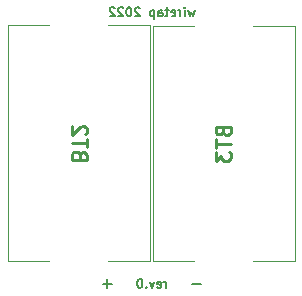
<source format=gbr>
%TF.GenerationSoftware,KiCad,Pcbnew,(5.1.6)-1*%
%TF.CreationDate,2022-09-21T14:30:55-04:00*%
%TF.ProjectId,EXT_BATT_4.5,4558545f-4241-4545-945f-342e352e6b69,rev?*%
%TF.SameCoordinates,Original*%
%TF.FileFunction,Legend,Bot*%
%TF.FilePolarity,Positive*%
%FSLAX46Y46*%
G04 Gerber Fmt 4.6, Leading zero omitted, Abs format (unit mm)*
G04 Created by KiCad (PCBNEW (5.1.6)-1) date 2022-09-21 14:30:55*
%MOMM*%
%LPD*%
G01*
G04 APERTURE LIST*
%ADD10C,0.150000*%
%ADD11C,0.100000*%
%ADD12C,0.254000*%
G04 APERTURE END LIST*
D10*
X133480952Y-100171428D02*
X132719047Y-100171428D01*
X125880952Y-100171428D02*
X125119047Y-100171428D01*
X125500000Y-100552380D02*
X125500000Y-99790476D01*
X130496428Y-100539285D02*
X130496428Y-100039285D01*
X130496428Y-100182142D02*
X130460714Y-100110714D01*
X130425000Y-100075000D01*
X130353571Y-100039285D01*
X130282142Y-100039285D01*
X129746428Y-100503571D02*
X129817857Y-100539285D01*
X129960714Y-100539285D01*
X130032142Y-100503571D01*
X130067857Y-100432142D01*
X130067857Y-100146428D01*
X130032142Y-100075000D01*
X129960714Y-100039285D01*
X129817857Y-100039285D01*
X129746428Y-100075000D01*
X129710714Y-100146428D01*
X129710714Y-100217857D01*
X130067857Y-100289285D01*
X129460714Y-100039285D02*
X129282142Y-100539285D01*
X129103571Y-100039285D01*
X128817857Y-100467857D02*
X128782142Y-100503571D01*
X128817857Y-100539285D01*
X128853571Y-100503571D01*
X128817857Y-100467857D01*
X128817857Y-100539285D01*
X128317857Y-99789285D02*
X128246428Y-99789285D01*
X128175000Y-99825000D01*
X128139285Y-99860714D01*
X128103571Y-99932142D01*
X128067857Y-100075000D01*
X128067857Y-100253571D01*
X128103571Y-100396428D01*
X128139285Y-100467857D01*
X128175000Y-100503571D01*
X128246428Y-100539285D01*
X128317857Y-100539285D01*
X128389285Y-100503571D01*
X128425000Y-100467857D01*
X128460714Y-100396428D01*
X128496428Y-100253571D01*
X128496428Y-100075000D01*
X128460714Y-99932142D01*
X128425000Y-99860714D01*
X128389285Y-99825000D01*
X128317857Y-99789285D01*
X132925000Y-77039285D02*
X132782142Y-77539285D01*
X132639285Y-77182142D01*
X132496428Y-77539285D01*
X132353571Y-77039285D01*
X132067857Y-77539285D02*
X132067857Y-77039285D01*
X132067857Y-76789285D02*
X132103571Y-76825000D01*
X132067857Y-76860714D01*
X132032142Y-76825000D01*
X132067857Y-76789285D01*
X132067857Y-76860714D01*
X131710714Y-77539285D02*
X131710714Y-77039285D01*
X131710714Y-77182142D02*
X131675000Y-77110714D01*
X131639285Y-77075000D01*
X131567857Y-77039285D01*
X131496428Y-77039285D01*
X130960714Y-77503571D02*
X131032142Y-77539285D01*
X131175000Y-77539285D01*
X131246428Y-77503571D01*
X131282142Y-77432142D01*
X131282142Y-77146428D01*
X131246428Y-77075000D01*
X131175000Y-77039285D01*
X131032142Y-77039285D01*
X130960714Y-77075000D01*
X130925000Y-77146428D01*
X130925000Y-77217857D01*
X131282142Y-77289285D01*
X130710714Y-77039285D02*
X130425000Y-77039285D01*
X130603571Y-76789285D02*
X130603571Y-77432142D01*
X130567857Y-77503571D01*
X130496428Y-77539285D01*
X130425000Y-77539285D01*
X129853571Y-77539285D02*
X129853571Y-77146428D01*
X129889285Y-77075000D01*
X129960714Y-77039285D01*
X130103571Y-77039285D01*
X130175000Y-77075000D01*
X129853571Y-77503571D02*
X129925000Y-77539285D01*
X130103571Y-77539285D01*
X130175000Y-77503571D01*
X130210714Y-77432142D01*
X130210714Y-77360714D01*
X130175000Y-77289285D01*
X130103571Y-77253571D01*
X129925000Y-77253571D01*
X129853571Y-77217857D01*
X129496428Y-77039285D02*
X129496428Y-77789285D01*
X129496428Y-77075000D02*
X129425000Y-77039285D01*
X129282142Y-77039285D01*
X129210714Y-77075000D01*
X129175000Y-77110714D01*
X129139285Y-77182142D01*
X129139285Y-77396428D01*
X129175000Y-77467857D01*
X129210714Y-77503571D01*
X129282142Y-77539285D01*
X129425000Y-77539285D01*
X129496428Y-77503571D01*
X128282142Y-76860714D02*
X128246428Y-76825000D01*
X128175000Y-76789285D01*
X127996428Y-76789285D01*
X127925000Y-76825000D01*
X127889285Y-76860714D01*
X127853571Y-76932142D01*
X127853571Y-77003571D01*
X127889285Y-77110714D01*
X128317857Y-77539285D01*
X127853571Y-77539285D01*
X127389285Y-76789285D02*
X127317857Y-76789285D01*
X127246428Y-76825000D01*
X127210714Y-76860714D01*
X127175000Y-76932142D01*
X127139285Y-77075000D01*
X127139285Y-77253571D01*
X127175000Y-77396428D01*
X127210714Y-77467857D01*
X127246428Y-77503571D01*
X127317857Y-77539285D01*
X127389285Y-77539285D01*
X127460714Y-77503571D01*
X127496428Y-77467857D01*
X127532142Y-77396428D01*
X127567857Y-77253571D01*
X127567857Y-77075000D01*
X127532142Y-76932142D01*
X127496428Y-76860714D01*
X127460714Y-76825000D01*
X127389285Y-76789285D01*
X126853571Y-76860714D02*
X126817857Y-76825000D01*
X126746428Y-76789285D01*
X126567857Y-76789285D01*
X126496428Y-76825000D01*
X126460714Y-76860714D01*
X126425000Y-76932142D01*
X126425000Y-77003571D01*
X126460714Y-77110714D01*
X126889285Y-77539285D01*
X126425000Y-77539285D01*
X126139285Y-76860714D02*
X126103571Y-76825000D01*
X126032142Y-76789285D01*
X125853571Y-76789285D01*
X125782142Y-76825000D01*
X125746428Y-76860714D01*
X125710714Y-76932142D01*
X125710714Y-77003571D01*
X125746428Y-77110714D01*
X126175000Y-77539285D01*
X125710714Y-77539285D01*
D11*
%TO.C,BT2*%
X117100000Y-78300000D02*
X120600000Y-78300000D01*
X117100000Y-98250000D02*
X117100000Y-78300000D01*
X120600000Y-98250000D02*
X117100000Y-98250000D01*
X129100000Y-78300000D02*
X125600000Y-78300000D01*
X129100000Y-98250000D02*
X129100000Y-78300000D01*
X125600000Y-98250000D02*
X129100000Y-98250000D01*
%TO.C,BT3*%
X132900000Y-78350000D02*
X129400000Y-78350000D01*
X129400000Y-78350000D02*
X129400000Y-98300000D01*
X129400000Y-98300000D02*
X132900000Y-98300000D01*
X137900000Y-78350000D02*
X141400000Y-78350000D01*
X141400000Y-78350000D02*
X141400000Y-98300000D01*
X141400000Y-98300000D02*
X137900000Y-98300000D01*
%TO.C,BT2*%
D12*
X123190714Y-89297857D02*
X123130238Y-89116428D01*
X123069761Y-89055952D01*
X122948809Y-88995476D01*
X122767380Y-88995476D01*
X122646428Y-89055952D01*
X122585952Y-89116428D01*
X122525476Y-89237380D01*
X122525476Y-89721190D01*
X123795476Y-89721190D01*
X123795476Y-89297857D01*
X123735000Y-89176904D01*
X123674523Y-89116428D01*
X123553571Y-89055952D01*
X123432619Y-89055952D01*
X123311666Y-89116428D01*
X123251190Y-89176904D01*
X123190714Y-89297857D01*
X123190714Y-89721190D01*
X123795476Y-88632619D02*
X123795476Y-87906904D01*
X122525476Y-88269761D02*
X123795476Y-88269761D01*
X123674523Y-87544047D02*
X123735000Y-87483571D01*
X123795476Y-87362619D01*
X123795476Y-87060238D01*
X123735000Y-86939285D01*
X123674523Y-86878809D01*
X123553571Y-86818333D01*
X123432619Y-86818333D01*
X123251190Y-86878809D01*
X122525476Y-87604523D01*
X122525476Y-86818333D01*
%TO.C,BT3*%
X135309285Y-87302142D02*
X135369761Y-87483571D01*
X135430238Y-87544047D01*
X135551190Y-87604523D01*
X135732619Y-87604523D01*
X135853571Y-87544047D01*
X135914047Y-87483571D01*
X135974523Y-87362619D01*
X135974523Y-86878809D01*
X134704523Y-86878809D01*
X134704523Y-87302142D01*
X134765000Y-87423095D01*
X134825476Y-87483571D01*
X134946428Y-87544047D01*
X135067380Y-87544047D01*
X135188333Y-87483571D01*
X135248809Y-87423095D01*
X135309285Y-87302142D01*
X135309285Y-86878809D01*
X134704523Y-87967380D02*
X134704523Y-88693095D01*
X135974523Y-88330238D02*
X134704523Y-88330238D01*
X134704523Y-88995476D02*
X134704523Y-89781666D01*
X135188333Y-89358333D01*
X135188333Y-89539761D01*
X135248809Y-89660714D01*
X135309285Y-89721190D01*
X135430238Y-89781666D01*
X135732619Y-89781666D01*
X135853571Y-89721190D01*
X135914047Y-89660714D01*
X135974523Y-89539761D01*
X135974523Y-89176904D01*
X135914047Y-89055952D01*
X135853571Y-88995476D01*
%TD*%
M02*

</source>
